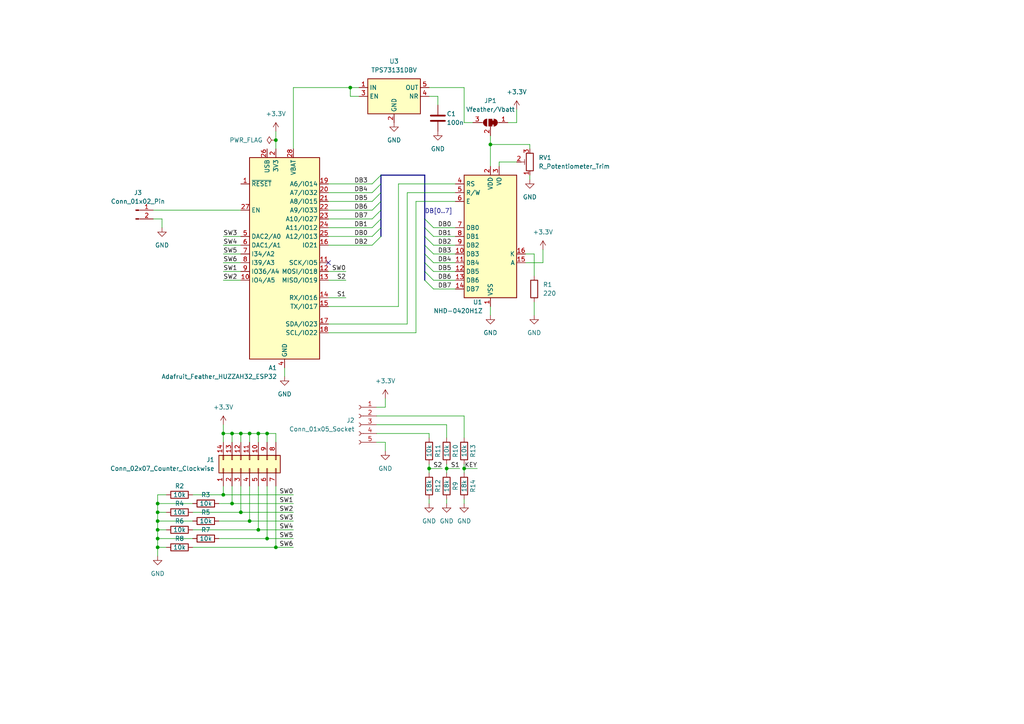
<source format=kicad_sch>
(kicad_sch (version 20230121) (generator eeschema)
  (paper "A4")
  (lib_symbols
    (symbol "Connector:Conn_01x02_Pin" (pin_names (offset 1.016) hide)
      (property "Reference" "J" (at 0 2.54 0))
      (property "Value" "Conn_01x02_Pin" (at 0 -5.08 0))
      (symbol "Conn_01x02_Pin_1_1"
        (polyline (pts (xy 1.27 -2.54) (xy 0.8636 -2.54)) (stroke (width 0.1524)))
        (polyline (pts (xy 1.27 0) (xy 0.8636 0)) (stroke (width 0.1524)))
        (rectangle (start 0.8636 -2.413) (end 0 -2.667) (stroke (width 0.1524)) (fill (type outline)))
        (rectangle (start 0.8636 0.127) (end 0 -0.127) (stroke (width 0.1524)) (fill (type outline)))
        (pin passive line (at 5.08 0 180) (length 3.81) (name "Pin_1") (number "1"))
        (pin passive line (at 5.08 -2.54 180) (length 3.81) (name "Pin_2") (number "2"))
      )
    )
    (symbol "Connector:Conn_01x05_Socket" (pin_names (offset 1.016) hide)
      (property "Reference" "J" (at 0 7.62 0))
      (property "Value" "Conn_01x05_Socket" (at 0 -7.62 0))
      (symbol "Conn_01x05_Socket_1_1"
        (arc (start 0 -4.572) (mid -0.5058 -5.08) (end 0 -5.588) (stroke (width 0.1524)))
        (arc (start 0 -2.032) (mid -0.5058 -2.54) (end 0 -3.048) (stroke (width 0.1524)))
        (polyline (pts (xy -1.27 -5.08) (xy -0.508 -5.08)) (stroke (width 0.1524)))
        (polyline (pts (xy -1.27 -2.54) (xy -0.508 -2.54)) (stroke (width 0.1524)))
        (polyline (pts (xy -1.27 0) (xy -0.508 0)) (stroke (width 0.1524)))
        (polyline (pts (xy -1.27 2.54) (xy -0.508 2.54)) (stroke (width 0.1524)))
        (polyline (pts (xy -1.27 5.08) (xy -0.508 5.08)) (stroke (width 0.1524)))
        (arc (start 0 0.508) (mid -0.5058 0) (end 0 -0.508) (stroke (width 0.1524)))
        (arc (start 0 3.048) (mid -0.5058 2.54) (end 0 2.032) (stroke (width 0.1524)))
        (arc (start 0 5.588) (mid -0.5058 5.08) (end 0 4.572) (stroke (width 0.1524)))
        (pin passive line (at -5.08 5.08 0) (length 3.81) (name "Pin_1") (number "1"))
        (pin passive line (at -5.08 2.54 0) (length 3.81) (name "Pin_2") (number "2"))
        (pin passive line (at -5.08 0 0) (length 3.81) (name "Pin_3") (number "3"))
        (pin passive line (at -5.08 -2.54 0) (length 3.81) (name "Pin_4") (number "4"))
        (pin passive line (at -5.08 -5.08 0) (length 3.81) (name "Pin_5") (number "5"))
      )
    )
    (symbol "Connector_Generic:Conn_02x07_Counter_Clockwise" (pin_names (offset 1.016) hide)
      (property "Reference" "J" (at 1.27 10.16 0))
      (property "Value" "Conn_02x07_Counter_Clockwise" (at 1.27 -10.16 0))
      (symbol "Conn_02x07_Counter_Clockwise_1_1"
        (rectangle (start -1.27 -7.493) (end 0 -7.747) (stroke (width 0.1524)))
        (rectangle (start -1.27 -4.953) (end 0 -5.207) (stroke (width 0.1524)))
        (rectangle (start -1.27 -2.413) (end 0 -2.667) (stroke (width 0.1524)))
        (rectangle (start -1.27 0.127) (end 0 -0.127) (stroke (width 0.1524)))
        (rectangle (start -1.27 2.667) (end 0 2.413) (stroke (width 0.1524)))
        (rectangle (start -1.27 5.207) (end 0 4.953) (stroke (width 0.1524)))
        (rectangle (start -1.27 7.747) (end 0 7.493) (stroke (width 0.1524)))
        (rectangle (start -1.27 8.89) (end 3.81 -8.89) (stroke (width 0.254)) (fill (type background)))
        (rectangle (start 3.81 -7.493) (end 2.54 -7.747) (stroke (width 0.1524)))
        (rectangle (start 3.81 -4.953) (end 2.54 -5.207) (stroke (width 0.1524)))
        (rectangle (start 3.81 -2.413) (end 2.54 -2.667) (stroke (width 0.1524)))
        (rectangle (start 3.81 0.127) (end 2.54 -0.127) (stroke (width 0.1524)))
        (rectangle (start 3.81 2.667) (end 2.54 2.413) (stroke (width 0.1524)))
        (rectangle (start 3.81 5.207) (end 2.54 4.953) (stroke (width 0.1524)))
        (rectangle (start 3.81 7.747) (end 2.54 7.493) (stroke (width 0.1524)))
        (pin passive line (at -5.08 7.62 0) (length 3.81) (name "Pin_1") (number "1"))
        (pin passive line (at 7.62 -2.54 180) (length 3.81) (name "Pin_10") (number "10"))
        (pin passive line (at 7.62 0 180) (length 3.81) (name "Pin_11") (number "11"))
        (pin passive line (at 7.62 2.54 180) (length 3.81) (name "Pin_12") (number "12"))
        (pin passive line (at 7.62 5.08 180) (length 3.81) (name "Pin_13") (number "13"))
        (pin passive line (at 7.62 7.62 180) (length 3.81) (name "Pin_14") (number "14"))
        (pin passive line (at -5.08 5.08 0) (length 3.81) (name "Pin_2") (number "2"))
        (pin passive line (at -5.08 2.54 0) (length 3.81) (name "Pin_3") (number "3"))
        (pin passive line (at -5.08 0 0) (length 3.81) (name "Pin_4") (number "4"))
        (pin passive line (at -5.08 -2.54 0) (length 3.81) (name "Pin_5") (number "5"))
        (pin passive line (at -5.08 -5.08 0) (length 3.81) (name "Pin_6") (number "6"))
        (pin passive line (at -5.08 -7.62 0) (length 3.81) (name "Pin_7") (number "7"))
        (pin passive line (at 7.62 -7.62 180) (length 3.81) (name "Pin_8") (number "8"))
        (pin passive line (at 7.62 -5.08 180) (length 3.81) (name "Pin_9") (number "9"))
      )
    )
    (symbol "Device:C" (pin_numbers hide) (pin_names (offset 0.254))
      (property "Reference" "C" (at 0.635 2.54 0))
      (property "Value" "C" (at 0.635 -2.54 0))
      (symbol "C_0_1"
        (polyline (pts (xy -2.032 -0.762) (xy 2.032 -0.762)) (stroke (width 0.508)))
        (polyline (pts (xy -2.032 0.762) (xy 2.032 0.762)) (stroke (width 0.508)))
      )
      (symbol "C_1_1"
        (pin passive line (at 0 3.81 270) (length 2.794) (name "~") (number "1"))
        (pin passive line (at 0 -3.81 90) (length 2.794) (name "~") (number "2"))
      )
    )
    (symbol "Device:R" (pin_numbers hide) (pin_names (offset 0))
      (property "Reference" "R" (at 2.032 0 90))
      (property "Value" "R" (at 0 0 90))
      (symbol "R_0_1"
        (rectangle (start -1.016 -2.54) (end 1.016 2.54) (stroke (width 0.254)))
      )
      (symbol "R_1_1"
        (pin passive line (at 0 3.81 270) (length 1.27) (name "~") (number "1"))
        (pin passive line (at 0 -3.81 90) (length 1.27) (name "~") (number "2"))
      )
    )
    (symbol "Device:R_Potentiometer_Trim" (pin_names (offset 1.016) hide)
      (property "Reference" "RV" (at -4.445 0 90))
      (property "Value" "R_Potentiometer_Trim" (at -2.54 0 90))
      (symbol "R_Potentiometer_Trim_0_1"
        (polyline (pts (xy 1.524 0.762) (xy 1.524 -0.762)))
        (polyline (pts (xy 2.54 0) (xy 1.524 0)))
        (rectangle (start 1.016 2.54) (end -1.016 -2.54) (stroke (width 0.254)))
      )
      (symbol "R_Potentiometer_Trim_1_1"
        (pin passive line (at 0 3.81 270) (length 1.27) (name "1") (number "1"))
        (pin passive line (at 3.81 0 180) (length 1.27) (name "2") (number "2"))
        (pin passive line (at 0 -3.81 90) (length 1.27) (name "3") (number "3"))
      )
    )
    (symbol "Display_Character:NHD-0420H1Z"
      (property "Reference" "U" (at -6.35 19.05 0))
      (property "Value" "NHD-0420H1Z" (at 5.08 19.05 0))
      (symbol "NHD-0420H1Z_0_1"
        (rectangle (start -7.62 17.78) (end 7.62 -17.78) (stroke (width 0.254)) (fill (type background)))
      )
      (symbol "NHD-0420H1Z_1_1"
        (pin power_in line (at 0 -20.32 90) (length 2.54) (name "VSS") (number "1"))
        (pin bidirectional line (at -10.16 -5.08 0) (length 2.54) (name "DB3") (number "10"))
        (pin bidirectional line (at -10.16 -7.62 0) (length 2.54) (name "DB4") (number "11"))
        (pin bidirectional line (at -10.16 -10.16 0) (length 2.54) (name "DB5") (number "12"))
        (pin bidirectional line (at -10.16 -12.7 0) (length 2.54) (name "DB6") (number "13"))
        (pin bidirectional line (at -10.16 -15.24 0) (length 2.54) (name "DB7") (number "14"))
        (pin passive line (at 10.16 -7.62 180) (length 2.54) (name "A") (number "15"))
        (pin passive line (at 10.16 -5.08 180) (length 2.54) (name "K") (number "16"))
        (pin power_in line (at 0 20.32 270) (length 2.54) (name "VDD") (number "2"))
        (pin power_in line (at 2.54 20.32 270) (length 2.54) (name "VO") (number "3"))
        (pin input line (at -10.16 15.24 0) (length 2.54) (name "RS") (number "4"))
        (pin input line (at -10.16 12.7 0) (length 2.54) (name "R/W") (number "5"))
        (pin input line (at -10.16 10.16 0) (length 2.54) (name "E") (number "6"))
        (pin bidirectional line (at -10.16 2.54 0) (length 2.54) (name "DB0") (number "7"))
        (pin bidirectional line (at -10.16 0 0) (length 2.54) (name "DB1") (number "8"))
        (pin bidirectional line (at -10.16 -2.54 0) (length 2.54) (name "DB2") (number "9"))
      )
    )
    (symbol "Jumper:SolderJumper_3_Bridged12" (pin_names (offset 0) hide)
      (property "Reference" "JP" (at -2.54 -2.54 0))
      (property "Value" "SolderJumper_3_Bridged12" (at 0 2.794 0))
      (symbol "SolderJumper_3_Bridged12_0_1"
        (rectangle (start -1.016 0.508) (end -0.508 -0.508) (fill (type outline)))
        (arc (start -1.016 1.016) (mid -2.0276 0) (end -1.016 -1.016))
        (arc (start -1.016 1.016) (mid -2.0276 0) (end -1.016 -1.016) (fill (type outline)))
        (rectangle (start -0.508 1.016) (end 0.508 -1.016) (fill (type outline)))
        (polyline (pts (xy -2.54 0) (xy -2.032 0)))
        (polyline (pts (xy -1.016 1.016) (xy -1.016 -1.016)))
        (polyline (pts (xy 0 -1.27) (xy 0 -1.016)))
        (polyline (pts (xy 1.016 1.016) (xy 1.016 -1.016)))
        (polyline (pts (xy 2.54 0) (xy 2.032 0)))
        (arc (start 1.016 -1.016) (mid 2.0276 0) (end 1.016 1.016))
        (arc (start 1.016 -1.016) (mid 2.0276 0) (end 1.016 1.016) (fill (type outline)))
      )
      (symbol "SolderJumper_3_Bridged12_1_1"
        (pin passive line (at -5.08 0 0) (length 2.54) (name "A") (number "1"))
        (pin passive line (at 0 -3.81 90) (length 2.54) (name "C") (number "2"))
        (pin passive line (at 5.08 0 180) (length 2.54) (name "B") (number "3"))
      )
    )
    (symbol "MCU_Module:Adafruit_Feather_HUZZAH32_ESP32"
      (property "Reference" "A" (at -10.16 29.21 0))
      (property "Value" "Adafruit_Feather_HUZZAH32_ESP32" (at 2.54 -31.75 0))
      (symbol "Adafruit_Feather_HUZZAH32_ESP32_0_1"
        (rectangle (start -10.16 27.94) (end 10.16 -30.48) (stroke (width 0.254)) (fill (type background)))
      )
      (symbol "Adafruit_Feather_HUZZAH32_ESP32_1_1"
        (pin input line (at 12.7 20.32 180) (length 2.54) (name "~{RESET}") (number "1"))
        (pin bidirectional line (at 12.7 -7.62 180) (length 2.54) (name "IO4/A5") (number "10"))
        (pin bidirectional line (at -12.7 -2.54 0) (length 2.54) (name "SCK/IO5") (number "11"))
        (pin bidirectional line (at -12.7 -5.08 0) (length 2.54) (name "MOSI/IO18") (number "12"))
        (pin bidirectional line (at -12.7 -7.62 0) (length 2.54) (name "MISO/IO19") (number "13"))
        (pin bidirectional line (at -12.7 -12.7 0) (length 2.54) (name "RX/IO16") (number "14"))
        (pin bidirectional line (at -12.7 -15.24 0) (length 2.54) (name "TX/IO17") (number "15"))
        (pin bidirectional line (at -12.7 2.54 0) (length 2.54) (name "IO21") (number "16"))
        (pin bidirectional line (at -12.7 -20.32 0) (length 2.54) (name "SDA/IO23") (number "17"))
        (pin bidirectional line (at -12.7 -22.86 0) (length 2.54) (name "SCL/IO22") (number "18"))
        (pin bidirectional line (at -12.7 20.32 0) (length 2.54) (name "A6/IO14") (number "19"))
        (pin power_in line (at 2.54 30.48 270) (length 2.54) (name "3V3") (number "2"))
        (pin bidirectional line (at -12.7 17.78 0) (length 2.54) (name "A7/IO32") (number "20"))
        (pin bidirectional line (at -12.7 15.24 0) (length 2.54) (name "A8/IO15") (number "21"))
        (pin bidirectional line (at -12.7 12.7 0) (length 2.54) (name "A9/IO33") (number "22"))
        (pin bidirectional line (at -12.7 10.16 0) (length 2.54) (name "A10/IO27") (number "23"))
        (pin bidirectional line (at -12.7 7.62 0) (length 2.54) (name "A11/IO12") (number "24"))
        (pin bidirectional line (at -12.7 5.08 0) (length 2.54) (name "A12/IO13") (number "25"))
        (pin power_in line (at 5.08 30.48 270) (length 2.54) (name "USB") (number "26"))
        (pin input line (at 12.7 12.7 180) (length 2.54) (name "EN") (number "27"))
        (pin power_in line (at -2.54 30.48 270) (length 2.54) (name "VBAT") (number "28"))
        (pin no_connect line (at 10.16 10.16 180) (length 2.54) hide (name "NC") (number "3"))
        (pin power_in line (at 0 -33.02 90) (length 2.54) (name "GND") (number "4"))
        (pin bidirectional line (at 12.7 5.08 180) (length 2.54) (name "DAC2/A0") (number "5"))
        (pin bidirectional line (at 12.7 2.54 180) (length 2.54) (name "DAC1/A1") (number "6"))
        (pin bidirectional line (at 12.7 0 180) (length 2.54) (name "I34/A2") (number "7"))
        (pin bidirectional line (at 12.7 -2.54 180) (length 2.54) (name "I39/A3") (number "8"))
        (pin bidirectional line (at 12.7 -5.08 180) (length 2.54) (name "IO36/A4") (number "9"))
      )
    )
    (symbol "Regulator_Linear:TPS73131DBV"
      (property "Reference" "U" (at -6.35 6.35 0))
      (property "Value" "TPS73131DBV" (at 1.27 6.35 0))
      (symbol "TPS73131DBV_0_1"
        (rectangle (start -7.62 -5.08) (end 7.62 5.08) (stroke (width 0.254)) (fill (type background)))
      )
      (symbol "TPS73131DBV_1_1"
        (pin power_in line (at -10.16 2.54 0) (length 2.54) (name "IN") (number "1"))
        (pin power_in line (at 0 -7.62 90) (length 2.54) (name "GND") (number "2"))
        (pin input line (at -10.16 0 0) (length 2.54) (name "EN") (number "3"))
        (pin passive line (at 10.16 0 180) (length 2.54) (name "NR") (number "4"))
        (pin power_out line (at 10.16 2.54 180) (length 2.54) (name "OUT") (number "5"))
      )
    )
    (symbol "power:+3.3V" (power) (pin_names (offset 0))
      (property "Value" "+3.3V" (at 0 3.556 0))
      (symbol "+3.3V_0_1"
        (polyline (pts (xy -0.762 1.27) (xy 0 2.54)))
        (polyline (pts (xy 0 0) (xy 0 2.54)))
        (polyline (pts (xy 0 2.54) (xy 0.762 1.27)))
      )
      (symbol "+3.3V_1_1"
        (pin power_in line (at 0 0 90) (length 0) hide (name "+3.3V") (number "1"))
      )
    )
    (symbol "power:GND" (power) (pin_names (offset 0))
      (property "Value" "GND" (at 0 -3.81 0))
      (symbol "GND_0_1"
        (polyline (pts (xy 0 0) (xy 0 -1.27) (xy 1.27 -1.27) (xy 0 -2.54) (xy -1.27 -1.27) (xy 0 -1.27)))
      )
      (symbol "GND_1_1"
        (pin power_in line (at 0 0 270) (length 0) hide (name "GND") (number "1"))
      )
    )
    (symbol "power:PWR_FLAG" (power) (pin_numbers hide) (pin_names (offset 0) hide)
      (property "Value" "PWR_FLAG" (at 0 3.81 0))
      (symbol "PWR_FLAG_0_0"
        (pin power_out line (at 0 0 90) (length 0) (name "pwr") (number "1"))
      )
      (symbol "PWR_FLAG_0_1"
        (polyline (pts (xy 0 0) (xy 0 1.27) (xy -1.016 1.905) (xy 0 2.54) (xy 1.016 1.905) (xy 0 1.27)))
      )
    )
  )
  (junction (at 72.39 125.73))
  (junction (at 69.85 125.73))
  (junction (at 142.24 41.91))
  (junction (at 134.62 135.89))
  (junction (at 45.72 146.05))
  (junction (at 45.72 151.13))
  (junction (at 45.72 156.21))
  (junction (at 74.93 153.67))
  (junction (at 74.93 125.73))
  (junction (at 77.47 156.21))
  (junction (at 129.54 135.89))
  (junction (at 101.6 25.4))
  (junction (at 124.46 135.89))
  (junction (at 45.72 148.59))
  (junction (at 64.77 125.73))
  (junction (at 80.01 40.64))
  (junction (at 69.85 148.59))
  (junction (at 80.01 158.75))
  (junction (at 67.31 146.05))
  (junction (at 67.31 125.73))
  (junction (at 64.77 143.51))
  (junction (at 77.47 125.73))
  (junction (at 45.72 153.67))
  (junction (at 45.72 158.75))
  (junction (at 72.39 151.13))
  (no_connect (at 95.25 76.2))
  (bus_entry (at 110.49 63.5) (size -2.54 2.54))
  (bus_entry (at 123.19 81.28) (size 2.54 2.54))
  (bus_entry (at 110.49 68.58) (size -2.54 2.54))
  (bus_entry (at 123.19 66.04) (size 2.54 2.54))
  (bus_entry (at 123.19 68.58) (size 2.54 2.54))
  (bus_entry (at 110.49 55.88) (size -2.54 2.54))
  (bus_entry (at 110.49 58.42) (size -2.54 2.54))
  (bus_entry (at 123.19 78.74) (size 2.54 2.54))
  (bus_entry (at 123.19 73.66) (size 2.54 2.54))
  (bus_entry (at 110.49 53.34) (size -2.54 2.54))
  (bus_entry (at 123.19 63.5) (size 2.54 2.54))
  (bus_entry (at 110.49 66.04) (size -2.54 2.54))
  (bus_entry (at 123.19 76.2) (size 2.54 2.54))
  (bus_entry (at 110.49 50.8) (size -2.54 2.54))
  (bus_entry (at 110.49 60.96) (size -2.54 2.54))
  (bus_entry (at 123.19 71.12) (size 2.54 2.54))
  (wire (pts (xy 45.72 143.51) (xy 45.72 146.05)))
  (wire (pts (xy 154.94 73.66) (xy 154.94 80.01)))
  (bus (pts (xy 123.19 76.2) (xy 123.19 78.74)))
  (wire (pts (xy 142.24 88.9) (xy 142.24 91.44)))
  (wire (pts (xy 80.01 38.1) (xy 80.01 40.64)))
  (wire (pts (xy 80.01 128.27) (xy 80.01 125.73)))
  (wire (pts (xy 134.62 134.62) (xy 134.62 135.89)))
  (wire (pts (xy 95.25 86.36) (xy 100.33 86.36)))
  (wire (pts (xy 69.85 140.97) (xy 69.85 148.59)))
  (wire (pts (xy 125.73 71.12) (xy 132.08 71.12)))
  (wire (pts (xy 149.86 46.99) (xy 144.78 46.99)))
  (wire (pts (xy 77.47 125.73) (xy 74.93 125.73)))
  (wire (pts (xy 95.25 68.58) (xy 107.95 68.58)))
  (wire (pts (xy 85.09 25.4) (xy 101.6 25.4)))
  (bus (pts (xy 123.19 73.66) (xy 123.19 76.2)))
  (wire (pts (xy 69.85 148.59) (xy 55.88 148.59)))
  (wire (pts (xy 124.46 127) (xy 124.46 125.73)))
  (wire (pts (xy 111.76 128.27) (xy 109.22 128.27)))
  (wire (pts (xy 64.77 68.58) (xy 69.85 68.58)))
  (bus (pts (xy 110.49 60.96) (xy 110.49 58.42)))
  (wire (pts (xy 74.93 140.97) (xy 74.93 153.67)))
  (wire (pts (xy 111.76 115.57) (xy 111.76 118.11)))
  (wire (pts (xy 64.77 143.51) (xy 55.88 143.51)))
  (wire (pts (xy 134.62 35.56) (xy 137.16 35.56)))
  (bus (pts (xy 123.19 71.12) (xy 123.19 73.66)))
  (wire (pts (xy 82.55 106.68) (xy 82.55 109.22)))
  (wire (pts (xy 153.67 41.91) (xy 153.67 43.18)))
  (wire (pts (xy 115.57 53.34) (xy 115.57 88.9)))
  (wire (pts (xy 64.77 71.12) (xy 69.85 71.12)))
  (wire (pts (xy 64.77 123.19) (xy 64.77 125.73)))
  (wire (pts (xy 95.25 58.42) (xy 107.95 58.42)))
  (wire (pts (xy 95.25 81.28) (xy 100.33 81.28)))
  (wire (pts (xy 95.25 63.5) (xy 107.95 63.5)))
  (wire (pts (xy 77.47 156.21) (xy 63.5 156.21)))
  (wire (pts (xy 74.93 128.27) (xy 74.93 125.73)))
  (wire (pts (xy 45.72 153.67) (xy 45.72 156.21)))
  (wire (pts (xy 74.93 153.67) (xy 85.09 153.67)))
  (wire (pts (xy 124.46 125.73) (xy 109.22 125.73)))
  (wire (pts (xy 129.54 146.05) (xy 129.54 144.78)))
  (wire (pts (xy 48.26 148.59) (xy 45.72 148.59)))
  (wire (pts (xy 45.72 148.59) (xy 45.72 151.13)))
  (wire (pts (xy 72.39 151.13) (xy 85.09 151.13)))
  (wire (pts (xy 149.86 31.75) (xy 149.86 35.56)))
  (wire (pts (xy 125.73 81.28) (xy 132.08 81.28)))
  (wire (pts (xy 45.72 146.05) (xy 45.72 148.59)))
  (wire (pts (xy 142.24 41.91) (xy 142.24 48.26)))
  (wire (pts (xy 120.65 58.42) (xy 132.08 58.42)))
  (wire (pts (xy 46.99 63.5) (xy 46.99 66.04)))
  (wire (pts (xy 80.01 40.64) (xy 80.01 43.18)))
  (wire (pts (xy 44.45 63.5) (xy 46.99 63.5)))
  (wire (pts (xy 129.54 134.62) (xy 129.54 135.89)))
  (bus (pts (xy 123.19 50.8) (xy 123.19 63.5)))
  (wire (pts (xy 80.01 158.75) (xy 85.09 158.75)))
  (wire (pts (xy 157.48 76.2) (xy 152.4 76.2)))
  (wire (pts (xy 129.54 123.19) (xy 109.22 123.19)))
  (wire (pts (xy 72.39 128.27) (xy 72.39 125.73)))
  (wire (pts (xy 44.45 60.96) (xy 69.85 60.96)))
  (wire (pts (xy 45.72 161.29) (xy 45.72 158.75)))
  (wire (pts (xy 64.77 140.97) (xy 64.77 143.51)))
  (bus (pts (xy 123.19 66.04) (xy 123.19 68.58)))
  (bus (pts (xy 110.49 58.42) (xy 110.49 55.88)))
  (bus (pts (xy 123.19 63.5) (xy 123.19 66.04)))
  (wire (pts (xy 63.5 151.13) (xy 72.39 151.13)))
  (wire (pts (xy 45.72 158.75) (xy 48.26 158.75)))
  (wire (pts (xy 64.77 73.66) (xy 69.85 73.66)))
  (wire (pts (xy 115.57 88.9) (xy 95.25 88.9)))
  (wire (pts (xy 144.78 46.99) (xy 144.78 48.26)))
  (wire (pts (xy 45.72 156.21) (xy 45.72 158.75)))
  (wire (pts (xy 95.25 93.98) (xy 118.11 93.98)))
  (wire (pts (xy 109.22 118.11) (xy 111.76 118.11)))
  (bus (pts (xy 110.49 66.04) (xy 110.49 63.5)))
  (wire (pts (xy 95.25 96.52) (xy 120.65 96.52)))
  (wire (pts (xy 125.73 78.74) (xy 132.08 78.74)))
  (wire (pts (xy 48.26 143.51) (xy 45.72 143.51)))
  (wire (pts (xy 125.73 73.66) (xy 132.08 73.66)))
  (wire (pts (xy 138.43 135.89) (xy 134.62 135.89)))
  (wire (pts (xy 95.25 55.88) (xy 107.95 55.88)))
  (wire (pts (xy 69.85 148.59) (xy 85.09 148.59)))
  (wire (pts (xy 111.76 130.81) (xy 111.76 128.27)))
  (wire (pts (xy 67.31 146.05) (xy 63.5 146.05)))
  (wire (pts (xy 101.6 25.4) (xy 104.14 25.4)))
  (wire (pts (xy 85.09 25.4) (xy 85.09 43.18)))
  (wire (pts (xy 142.24 39.37) (xy 142.24 41.91)))
  (wire (pts (xy 72.39 125.73) (xy 74.93 125.73)))
  (wire (pts (xy 55.88 156.21) (xy 45.72 156.21)))
  (wire (pts (xy 153.67 50.8) (xy 153.67 52.07)))
  (wire (pts (xy 157.48 72.39) (xy 157.48 76.2)))
  (wire (pts (xy 67.31 140.97) (xy 67.31 146.05)))
  (wire (pts (xy 124.46 27.94) (xy 127 27.94)))
  (wire (pts (xy 95.25 53.34) (xy 107.95 53.34)))
  (wire (pts (xy 125.73 66.04) (xy 132.08 66.04)))
  (wire (pts (xy 80.01 140.97) (xy 80.01 158.75)))
  (bus (pts (xy 110.49 53.34) (xy 110.49 50.8)))
  (wire (pts (xy 95.25 60.96) (xy 107.95 60.96)))
  (bus (pts (xy 110.49 63.5) (xy 110.49 60.96)))
  (wire (pts (xy 48.26 153.67) (xy 45.72 153.67)))
  (wire (pts (xy 115.57 53.34) (xy 132.08 53.34)))
  (wire (pts (xy 80.01 125.73) (xy 77.47 125.73)))
  (wire (pts (xy 132.08 55.88) (xy 118.11 55.88)))
  (wire (pts (xy 77.47 140.97) (xy 77.47 156.21)))
  (wire (pts (xy 64.77 125.73) (xy 67.31 125.73)))
  (wire (pts (xy 80.01 158.75) (xy 55.88 158.75)))
  (wire (pts (xy 69.85 128.27) (xy 69.85 125.73)))
  (wire (pts (xy 125.73 83.82) (xy 132.08 83.82)))
  (wire (pts (xy 134.62 120.65) (xy 134.62 127)))
  (wire (pts (xy 64.77 81.28) (xy 69.85 81.28)))
  (wire (pts (xy 129.54 135.89) (xy 129.54 137.16)))
  (wire (pts (xy 134.62 120.65) (xy 109.22 120.65)))
  (wire (pts (xy 72.39 125.73) (xy 69.85 125.73)))
  (wire (pts (xy 134.62 146.05) (xy 134.62 144.78)))
  (wire (pts (xy 64.77 128.27) (xy 64.77 125.73)))
  (wire (pts (xy 95.25 66.04) (xy 107.95 66.04)))
  (wire (pts (xy 100.33 78.74) (xy 95.25 78.74)))
  (wire (pts (xy 124.46 146.05) (xy 124.46 144.78)))
  (wire (pts (xy 69.85 125.73) (xy 67.31 125.73)))
  (wire (pts (xy 101.6 27.94) (xy 101.6 25.4)))
  (wire (pts (xy 64.77 76.2) (xy 69.85 76.2)))
  (bus (pts (xy 110.49 68.58) (xy 110.49 66.04)))
  (bus (pts (xy 110.49 55.88) (xy 110.49 53.34)))
  (bus (pts (xy 110.49 50.8) (xy 123.19 50.8)))
  (wire (pts (xy 77.47 156.21) (xy 85.09 156.21)))
  (bus (pts (xy 123.19 78.74) (xy 123.19 81.28)))
  (wire (pts (xy 104.14 27.94) (xy 101.6 27.94)))
  (wire (pts (xy 45.72 151.13) (xy 55.88 151.13)))
  (wire (pts (xy 142.24 41.91) (xy 153.67 41.91)))
  (wire (pts (xy 64.77 78.74) (xy 69.85 78.74)))
  (wire (pts (xy 118.11 55.88) (xy 118.11 93.98)))
  (wire (pts (xy 128.27 135.89) (xy 124.46 135.89)))
  (wire (pts (xy 134.62 25.4) (xy 134.62 35.56)))
  (wire (pts (xy 77.47 128.27) (xy 77.47 125.73)))
  (wire (pts (xy 124.46 134.62) (xy 124.46 135.89)))
  (bus (pts (xy 123.19 68.58) (xy 123.19 71.12)))
  (wire (pts (xy 154.94 87.63) (xy 154.94 91.44)))
  (wire (pts (xy 45.72 151.13) (xy 45.72 153.67)))
  (wire (pts (xy 64.77 143.51) (xy 85.09 143.51)))
  (wire (pts (xy 125.73 68.58) (xy 132.08 68.58)))
  (wire (pts (xy 127 27.94) (xy 127 30.48)))
  (wire (pts (xy 124.46 25.4) (xy 134.62 25.4)))
  (wire (pts (xy 129.54 127) (xy 129.54 123.19)))
  (wire (pts (xy 134.62 135.89) (xy 134.62 137.16)))
  (wire (pts (xy 95.25 71.12) (xy 107.95 71.12)))
  (wire (pts (xy 124.46 135.89) (xy 124.46 137.16)))
  (wire (pts (xy 125.73 76.2) (xy 132.08 76.2)))
  (wire (pts (xy 120.65 58.42) (xy 120.65 96.52)))
  (wire (pts (xy 72.39 140.97) (xy 72.39 151.13)))
  (wire (pts (xy 74.93 153.67) (xy 55.88 153.67)))
  (wire (pts (xy 152.4 73.66) (xy 154.94 73.66)))
  (wire (pts (xy 133.35 135.89) (xy 129.54 135.89)))
  (wire (pts (xy 55.88 146.05) (xy 45.72 146.05)))
  (wire (pts (xy 67.31 125.73) (xy 67.31 128.27)))
  (wire (pts (xy 67.31 146.05) (xy 85.09 146.05)))
  (wire (pts (xy 147.32 35.56) (xy 149.86 35.56)))
  (label "SW1" (at 85.09 146.05 180))
  (label "DB7" (at 106.68 63.5 180))
  (label "S1" (at 133.35 135.89 180))
  (label "DB0" (at 106.68 68.58 180))
  (label "SW1" (at 64.77 78.74 0))
  (label "SW4" (at 64.77 71.12 0))
  (label "SW4" (at 85.09 153.67 180))
  (label "DB4" (at 106.68 55.88 180))
  (label "DB2" (at 127 71.12 0))
  (label "SW6" (at 85.09 158.75 180))
  (label "DB0" (at 127 66.04 0))
  (label "S2" (at 128.27 135.89 180))
  (label "DB[0..7]" (at 123.19 62.23 0))
  (label "SW3" (at 85.09 151.13 180))
  (label "SW5" (at 64.77 73.66 0))
  (label "DB5" (at 127 78.74 0))
  (label "DB5" (at 106.68 58.42 180))
  (label "DB1" (at 106.68 66.04 180))
  (label "DB3" (at 106.68 53.34 180))
  (label "DB2" (at 106.68 71.12 180))
  (label "DB4" (at 127 76.2 0))
  (label "SW0" (at 100.33 78.74 180))
  (label "SW2" (at 85.09 148.59 180))
  (label "KEY" (at 138.43 135.89 180))
  (label "SW2" (at 64.77 81.28 0))
  (label "DB3" (at 127 73.66 0))
  (label "SW3" (at 64.77 68.58 0))
  (label "DB1" (at 127 68.58 0))
  (label "SW5" (at 85.09 156.21 180))
  (label "S2" (at 100.33 81.28 180))
  (label "DB6" (at 106.68 60.96 180))
  (label "SW6" (at 64.77 76.2 0))
  (label "S1" (at 100.33 86.36 180))
  (label "DB6" (at 127 81.28 0))
  (label "SW0" (at 85.09 143.51 180))
  (label "DB7" (at 127 83.82 0))
  (symbol (lib_id "Device:R") (at 124.46 130.81 0) (mirror x) (unit 1)
    (property "Reference" "R11" (at 127 130.81 90))
    (property "Value" "10k" (at 124.46 130.81 90))
  )
  (symbol (lib_id "MCU_Module:Adafruit_Feather_HUZZAH32_ESP32") (at 82.55 73.66 0) (mirror y) (unit 1)
    (property "Reference" "A1" (at 80.3559 106.68 0) (effects (justify left)))
    (property "Value" "Adafruit_Feather_HUZZAH32_ESP32" (at 80.3559 109.22 0) (effects (justify left)))
    (property "Footprint" "Module:Adafruit_Feather" (effects hide))
    (property "Datasheet" "https://cdn-learn.adafruit.com/downloads/pdf/adafruit-huzzah32-esp32-feather.pdf" (effects hide))
  )
  (symbol (lib_id "power:GND") (at 127 38.1 0) (unit 1)
    (property "Reference" "#PWR018" (effects hide))
    (property "Value" "GND" (at 127 43.18 0))
  )
  (symbol (lib_id "power:GND") (at 46.99 66.04 0) (unit 1)
    (property "Reference" "#PWR015" (effects hide))
    (property "Value" "GND" (at 46.99 71.12 0))
  )
  (symbol (lib_id "Device:R") (at 134.62 130.81 0) (mirror x) (unit 1)
    (property "Reference" "R13" (at 137.16 130.81 90))
    (property "Value" "10k" (at 134.62 130.81 90))
  )
  (symbol (lib_id "Connector:Conn_01x05_Socket") (at 104.14 123.19 0) (mirror y) (unit 1)
    (property "Reference" "J2" (at 102.87 121.92 0) (effects (justify left)))
    (property "Value" "Conn_01x05_Socket" (at 102.87 124.46 0) (effects (justify left)))
    (property "Footprint" "Connector_PinSocket_2.54mm:PinSocket_1x05_P2.54mm_Vertical" (effects hide))
  )
  (symbol (lib_id "Device:C") (at 127 34.29 0) (unit 1)
    (property "Reference" "C1" (at 129.54 33.02 0) (effects (justify left)))
    (property "Value" "100n" (at 129.54 35.56 0) (effects (justify left)))
  )
  (symbol (lib_id "Device:R") (at 59.69 146.05 90) (unit 1)
    (property "Reference" "R3" (at 59.69 143.51 90))
    (property "Value" "10k" (at 59.69 146.05 90))
  )
  (symbol (lib_id "Display_Character:NHD-0420H1Z") (at 142.24 68.58 0) (unit 1)
    (property "Reference" "U1" (at 137.16 87.63 0) (effects (justify left)))
    (property "Value" "NHD-0420H1Z" (at 125.73 90.17 0) (effects (justify left)))
    (property "Footprint" "Display:NHD-0420H1Z" (effects hide))
    (property "Datasheet" "http://www.newhavendisplay.com/specs/NHD-0420H1Z-FSW-GBW-33V3.pdf" (effects hide))
  )
  (symbol (lib_id "Device:R") (at 154.94 83.82 0) (unit 1)
    (property "Reference" "R1" (at 157.48 82.55 0) (effects (justify left)))
    (property "Value" "220" (at 157.48 85.09 0) (effects (justify left)))
  )
  (symbol (lib_id "Device:R") (at 59.69 156.21 90) (unit 1)
    (property "Reference" "R7" (at 59.69 153.67 90))
    (property "Value" "10k" (at 59.69 156.21 90))
  )
  (symbol (lib_id "power:GND") (at 124.46 146.05 0) (mirror y) (unit 1)
    (property "Reference" "#PWR013" (effects hide))
    (property "Value" "GND" (at 124.46 151.13 0))
  )
  (symbol (lib_id "power:GND") (at 129.54 146.05 0) (mirror y) (unit 1)
    (property "Reference" "#PWR012" (effects hide))
    (property "Value" "GND" (at 129.54 151.13 0))
  )
  (symbol (lib_id "Device:R") (at 129.54 140.97 0) (mirror x) (unit 1)
    (property "Reference" "R9" (at 132.08 140.97 90))
    (property "Value" "18k" (at 129.54 140.97 90))
  )
  (symbol (lib_id "Device:R") (at 129.54 130.81 0) (mirror x) (unit 1)
    (property "Reference" "R10" (at 132.08 130.81 90))
    (property "Value" "10k" (at 129.54 130.81 90))
  )
  (symbol (lib_id "power:GND") (at 82.55 109.22 0) (unit 1)
    (property "Reference" "#PWR07" (effects hide))
    (property "Value" "GND" (at 82.55 114.3 0))
  )
  (symbol (lib_id "Device:R_Potentiometer_Trim") (at 153.67 46.99 180) (unit 1)
    (property "Reference" "RV1" (at 156.21 45.72 0) (effects (justify right)))
    (property "Value" "R_Potentiometer_Trim" (at 156.21 48.26 0) (effects (justify right)))
  )
  (symbol (lib_id "power:PWR_FLAG") (at 80.01 40.64 90) (unit 1)
    (property "Reference" "#FLG01" (effects hide))
    (property "Value" "PWR_FLAG" (at 76.2 40.64 90) (effects (justify left)))
  )
  (symbol (lib_id "Device:R") (at 52.07 158.75 90) (unit 1)
    (property "Reference" "R8" (at 52.07 156.21 90))
    (property "Value" "10k" (at 52.07 158.75 90))
  )
  (symbol (lib_id "Device:R") (at 59.69 151.13 90) (unit 1)
    (property "Reference" "R5" (at 59.69 148.59 90))
    (property "Value" "10k" (at 59.69 151.13 90))
  )
  (symbol (lib_id "power:+3.3V") (at 80.01 38.1 0) (unit 1)
    (property "Reference" "#PWR016" (effects hide))
    (property "Value" "+3.3V" (at 80.01 33.02 0))
  )
  (symbol (lib_id "power:+3.3V") (at 157.48 72.39 0) (unit 1)
    (property "Reference" "#PWR03" (effects hide))
    (property "Value" "+3.3V" (at 157.48 67.31 0))
  )
  (symbol (lib_id "Device:R") (at 52.07 148.59 90) (unit 1)
    (property "Reference" "R4" (at 52.07 146.05 90))
    (property "Value" "10k" (at 52.07 148.59 90))
  )
  (symbol (lib_id "Connector_Generic:Conn_02x07_Counter_Clockwise") (at 72.39 135.89 90) (unit 1)
    (property "Reference" "J1" (at 62.23 133.35 90) (effects (justify left)))
    (property "Value" "Conn_02x07_Counter_Clockwise" (at 62.23 135.89 90) (effects (justify left)))
    (property "Footprint" "Connector_PinHeader_2.54mm:PinHeader_2x07_P2.54mm_Vertical" (effects hide))
  )
  (symbol (lib_id "power:GND") (at 134.62 146.05 0) (mirror y) (unit 1)
    (property "Reference" "#PWR014" (effects hide))
    (property "Value" "GND" (at 134.62 151.13 0))
  )
  (symbol (lib_id "power:GND") (at 114.3 35.56 0) (unit 1)
    (property "Reference" "#PWR017" (effects hide))
    (property "Value" "GND" (at 114.3 40.64 0))
  )
  (symbol (lib_id "Device:R") (at 52.07 153.67 90) (unit 1)
    (property "Reference" "R6" (at 52.07 151.13 90))
    (property "Value" "10k" (at 52.07 153.67 90))
  )
  (symbol (lib_id "Regulator_Linear:TPS73131DBV") (at 114.3 27.94 0) (unit 1)
    (property "Reference" "U3" (at 114.3 17.78 0))
    (property "Value" "TPS73131DBV" (at 114.3 20.32 0))
    (property "Footprint" "Package_TO_SOT_SMD:SOT-23-5" (effects hide))
    (property "Datasheet" "http://www.ti.com/lit/ds/symlink/tps731.pdf" (effects hide))
  )
  (symbol (lib_id "power:GND") (at 111.76 130.81 0) (mirror y) (unit 1)
    (property "Reference" "#PWR01" (effects hide))
    (property "Value" "GND" (at 111.76 135.89 0))
  )
  (symbol (lib_id "Device:R") (at 52.07 143.51 90) (unit 1)
    (property "Reference" "R2" (at 52.07 140.97 90))
    (property "Value" "10k" (at 52.07 143.51 90))
  )
  (symbol (lib_id "power:GND") (at 142.24 91.44 0) (unit 1)
    (property "Reference" "#PWR04" (effects hide))
    (property "Value" "GND" (at 142.24 96.52 0))
  )
  (symbol (lib_id "power:+3.3V") (at 149.86 31.75 0) (unit 1)
    (property "Reference" "#PWR02" (effects hide))
    (property "Value" "+3.3V" (at 149.86 26.67 0))
  )
  (symbol (lib_id "Device:R") (at 134.62 140.97 0) (mirror x) (unit 1)
    (property "Reference" "R14" (at 137.16 140.97 90))
    (property "Value" "18k" (at 134.62 140.97 90))
  )
  (symbol (lib_id "power:+3.3V") (at 64.77 123.19 0) (unit 1)
    (property "Reference" "#PWR011" (effects hide))
    (property "Value" "+3.3V" (at 64.77 118.11 0))
  )
  (symbol (lib_id "power:GND") (at 45.72 161.29 0) (unit 1)
    (property "Reference" "#PWR08" (effects hide))
    (property "Value" "GND" (at 45.72 166.37 0))
  )
  (symbol (lib_id "power:GND") (at 153.67 52.07 0) (unit 1)
    (property "Reference" "#PWR09" (effects hide))
    (property "Value" "GND" (at 153.67 57.15 0))
  )
  (symbol (lib_id "Connector:Conn_01x02_Pin") (at 39.37 60.96 0) (unit 1)
    (property "Reference" "J3" (at 40.005 55.88 0))
    (property "Value" "Conn_01x02_Pin" (at 40.005 58.42 0))
    (property "Footprint" "Connector_PinHeader_2.54mm:PinHeader_1x02_P2.54mm_Vertical" (effects hide))
  )
  (symbol (lib_id "Jumper:SolderJumper_3_Bridged12") (at 142.24 35.56 0) (mirror y) (unit 1)
    (property "Reference" "JP1" (at 142.24 29.21 0))
    (property "Value" "Vfeather/Vbatt" (at 142.24 31.75 0))
  )
  (symbol (lib_id "Device:R") (at 124.46 140.97 0) (mirror x) (unit 1)
    (property "Reference" "R12" (at 127 140.97 90))
    (property "Value" "18k" (at 124.46 140.97 90))
  )
  (symbol (lib_id "power:GND") (at 154.94 91.44 0) (unit 1)
    (property "Reference" "#PWR05" (effects hide))
    (property "Value" "GND" (at 154.94 96.52 0))
  )
  (symbol (lib_id "power:+3.3V") (at 111.76 115.57 0) (unit 1)
    (property "Reference" "#PWR06" (effects hide))
    (property "Value" "+3.3V" (at 111.76 110.49 0))
  )
)
</source>
